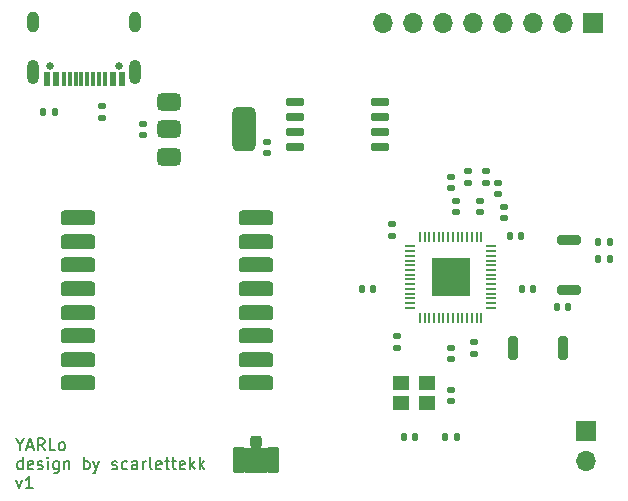
<source format=gbr>
%TF.GenerationSoftware,KiCad,Pcbnew,8.0.4*%
%TF.CreationDate,2024-07-31T14:07:18-04:00*%
%TF.ProjectId,board,626f6172-642e-46b6-9963-61645f706362,rev?*%
%TF.SameCoordinates,Original*%
%TF.FileFunction,Soldermask,Top*%
%TF.FilePolarity,Negative*%
%FSLAX46Y46*%
G04 Gerber Fmt 4.6, Leading zero omitted, Abs format (unit mm)*
G04 Created by KiCad (PCBNEW 8.0.4) date 2024-07-31 14:07:18*
%MOMM*%
%LPD*%
G01*
G04 APERTURE LIST*
G04 Aperture macros list*
%AMRoundRect*
0 Rectangle with rounded corners*
0 $1 Rounding radius*
0 $2 $3 $4 $5 $6 $7 $8 $9 X,Y pos of 4 corners*
0 Add a 4 corners polygon primitive as box body*
4,1,4,$2,$3,$4,$5,$6,$7,$8,$9,$2,$3,0*
0 Add four circle primitives for the rounded corners*
1,1,$1+$1,$2,$3*
1,1,$1+$1,$4,$5*
1,1,$1+$1,$6,$7*
1,1,$1+$1,$8,$9*
0 Add four rect primitives between the rounded corners*
20,1,$1+$1,$2,$3,$4,$5,0*
20,1,$1+$1,$4,$5,$6,$7,0*
20,1,$1+$1,$6,$7,$8,$9,0*
20,1,$1+$1,$8,$9,$2,$3,0*%
G04 Aperture macros list end*
%ADD10C,0.150000*%
%ADD11R,1.700000X1.700000*%
%ADD12O,1.700000X1.700000*%
%ADD13R,1.400000X1.200000*%
%ADD14RoundRect,0.317500X-1.157500X-0.317500X1.157500X-0.317500X1.157500X0.317500X-1.157500X0.317500X0*%
%ADD15RoundRect,0.375000X-0.625000X-0.375000X0.625000X-0.375000X0.625000X0.375000X-0.625000X0.375000X0*%
%ADD16RoundRect,0.500000X-0.500000X-1.400000X0.500000X-1.400000X0.500000X1.400000X-0.500000X1.400000X0*%
%ADD17RoundRect,0.200000X0.200000X0.800000X-0.200000X0.800000X-0.200000X-0.800000X0.200000X-0.800000X0*%
%ADD18RoundRect,0.200000X0.800000X-0.200000X0.800000X0.200000X-0.800000X0.200000X-0.800000X-0.200000X0*%
%ADD19RoundRect,0.135000X0.185000X-0.135000X0.185000X0.135000X-0.185000X0.135000X-0.185000X-0.135000X0*%
%ADD20RoundRect,0.135000X-0.135000X-0.185000X0.135000X-0.185000X0.135000X0.185000X-0.135000X0.185000X0*%
%ADD21RoundRect,0.135000X0.135000X0.185000X-0.135000X0.185000X-0.135000X-0.185000X0.135000X-0.185000X0*%
%ADD22RoundRect,0.250000X-0.250000X0.275000X-0.250000X-0.275000X0.250000X-0.275000X0.250000X0.275000X0*%
%ADD23RoundRect,0.250000X-0.275000X0.850000X-0.275000X-0.850000X0.275000X-0.850000X0.275000X0.850000X0*%
%ADD24RoundRect,0.140000X0.170000X-0.140000X0.170000X0.140000X-0.170000X0.140000X-0.170000X-0.140000X0*%
%ADD25RoundRect,0.140000X0.140000X0.170000X-0.140000X0.170000X-0.140000X-0.170000X0.140000X-0.170000X0*%
%ADD26RoundRect,0.140000X-0.140000X-0.170000X0.140000X-0.170000X0.140000X0.170000X-0.140000X0.170000X0*%
%ADD27RoundRect,0.140000X-0.170000X0.140000X-0.170000X-0.140000X0.170000X-0.140000X0.170000X0.140000X0*%
%ADD28C,0.650000*%
%ADD29R,0.600000X1.240000*%
%ADD30R,0.300000X1.240000*%
%ADD31O,1.000000X2.100000*%
%ADD32O,1.000000X1.800000*%
%ADD33RoundRect,0.135000X-0.185000X0.135000X-0.185000X-0.135000X0.185000X-0.135000X0.185000X0.135000X0*%
%ADD34RoundRect,0.150000X-0.650000X-0.150000X0.650000X-0.150000X0.650000X0.150000X-0.650000X0.150000X0*%
%ADD35RoundRect,0.050000X-0.387500X-0.050000X0.387500X-0.050000X0.387500X0.050000X-0.387500X0.050000X0*%
%ADD36RoundRect,0.050000X-0.050000X-0.387500X0.050000X-0.387500X0.050000X0.387500X-0.050000X0.387500X0*%
%ADD37R,3.200000X3.200000*%
G04 APERTURE END LIST*
D10*
X35527255Y-64173740D02*
X35527255Y-64649931D01*
X35193922Y-63649931D02*
X35527255Y-64173740D01*
X35527255Y-64173740D02*
X35860588Y-63649931D01*
X36146303Y-64364216D02*
X36622493Y-64364216D01*
X36051065Y-64649931D02*
X36384398Y-63649931D01*
X36384398Y-63649931D02*
X36717731Y-64649931D01*
X37622493Y-64649931D02*
X37289160Y-64173740D01*
X37051065Y-64649931D02*
X37051065Y-63649931D01*
X37051065Y-63649931D02*
X37432017Y-63649931D01*
X37432017Y-63649931D02*
X37527255Y-63697550D01*
X37527255Y-63697550D02*
X37574874Y-63745169D01*
X37574874Y-63745169D02*
X37622493Y-63840407D01*
X37622493Y-63840407D02*
X37622493Y-63983264D01*
X37622493Y-63983264D02*
X37574874Y-64078502D01*
X37574874Y-64078502D02*
X37527255Y-64126121D01*
X37527255Y-64126121D02*
X37432017Y-64173740D01*
X37432017Y-64173740D02*
X37051065Y-64173740D01*
X38527255Y-64649931D02*
X38051065Y-64649931D01*
X38051065Y-64649931D02*
X38051065Y-63649931D01*
X39003446Y-64649931D02*
X38908208Y-64602312D01*
X38908208Y-64602312D02*
X38860589Y-64554692D01*
X38860589Y-64554692D02*
X38812970Y-64459454D01*
X38812970Y-64459454D02*
X38812970Y-64173740D01*
X38812970Y-64173740D02*
X38860589Y-64078502D01*
X38860589Y-64078502D02*
X38908208Y-64030883D01*
X38908208Y-64030883D02*
X39003446Y-63983264D01*
X39003446Y-63983264D02*
X39146303Y-63983264D01*
X39146303Y-63983264D02*
X39241541Y-64030883D01*
X39241541Y-64030883D02*
X39289160Y-64078502D01*
X39289160Y-64078502D02*
X39336779Y-64173740D01*
X39336779Y-64173740D02*
X39336779Y-64459454D01*
X39336779Y-64459454D02*
X39289160Y-64554692D01*
X39289160Y-64554692D02*
X39241541Y-64602312D01*
X39241541Y-64602312D02*
X39146303Y-64649931D01*
X39146303Y-64649931D02*
X39003446Y-64649931D01*
X35765350Y-66259875D02*
X35765350Y-65259875D01*
X35765350Y-66212256D02*
X35670112Y-66259875D01*
X35670112Y-66259875D02*
X35479636Y-66259875D01*
X35479636Y-66259875D02*
X35384398Y-66212256D01*
X35384398Y-66212256D02*
X35336779Y-66164636D01*
X35336779Y-66164636D02*
X35289160Y-66069398D01*
X35289160Y-66069398D02*
X35289160Y-65783684D01*
X35289160Y-65783684D02*
X35336779Y-65688446D01*
X35336779Y-65688446D02*
X35384398Y-65640827D01*
X35384398Y-65640827D02*
X35479636Y-65593208D01*
X35479636Y-65593208D02*
X35670112Y-65593208D01*
X35670112Y-65593208D02*
X35765350Y-65640827D01*
X36622493Y-66212256D02*
X36527255Y-66259875D01*
X36527255Y-66259875D02*
X36336779Y-66259875D01*
X36336779Y-66259875D02*
X36241541Y-66212256D01*
X36241541Y-66212256D02*
X36193922Y-66117017D01*
X36193922Y-66117017D02*
X36193922Y-65736065D01*
X36193922Y-65736065D02*
X36241541Y-65640827D01*
X36241541Y-65640827D02*
X36336779Y-65593208D01*
X36336779Y-65593208D02*
X36527255Y-65593208D01*
X36527255Y-65593208D02*
X36622493Y-65640827D01*
X36622493Y-65640827D02*
X36670112Y-65736065D01*
X36670112Y-65736065D02*
X36670112Y-65831303D01*
X36670112Y-65831303D02*
X36193922Y-65926541D01*
X37051065Y-66212256D02*
X37146303Y-66259875D01*
X37146303Y-66259875D02*
X37336779Y-66259875D01*
X37336779Y-66259875D02*
X37432017Y-66212256D01*
X37432017Y-66212256D02*
X37479636Y-66117017D01*
X37479636Y-66117017D02*
X37479636Y-66069398D01*
X37479636Y-66069398D02*
X37432017Y-65974160D01*
X37432017Y-65974160D02*
X37336779Y-65926541D01*
X37336779Y-65926541D02*
X37193922Y-65926541D01*
X37193922Y-65926541D02*
X37098684Y-65878922D01*
X37098684Y-65878922D02*
X37051065Y-65783684D01*
X37051065Y-65783684D02*
X37051065Y-65736065D01*
X37051065Y-65736065D02*
X37098684Y-65640827D01*
X37098684Y-65640827D02*
X37193922Y-65593208D01*
X37193922Y-65593208D02*
X37336779Y-65593208D01*
X37336779Y-65593208D02*
X37432017Y-65640827D01*
X37908208Y-66259875D02*
X37908208Y-65593208D01*
X37908208Y-65259875D02*
X37860589Y-65307494D01*
X37860589Y-65307494D02*
X37908208Y-65355113D01*
X37908208Y-65355113D02*
X37955827Y-65307494D01*
X37955827Y-65307494D02*
X37908208Y-65259875D01*
X37908208Y-65259875D02*
X37908208Y-65355113D01*
X38812969Y-65593208D02*
X38812969Y-66402732D01*
X38812969Y-66402732D02*
X38765350Y-66497970D01*
X38765350Y-66497970D02*
X38717731Y-66545589D01*
X38717731Y-66545589D02*
X38622493Y-66593208D01*
X38622493Y-66593208D02*
X38479636Y-66593208D01*
X38479636Y-66593208D02*
X38384398Y-66545589D01*
X38812969Y-66212256D02*
X38717731Y-66259875D01*
X38717731Y-66259875D02*
X38527255Y-66259875D01*
X38527255Y-66259875D02*
X38432017Y-66212256D01*
X38432017Y-66212256D02*
X38384398Y-66164636D01*
X38384398Y-66164636D02*
X38336779Y-66069398D01*
X38336779Y-66069398D02*
X38336779Y-65783684D01*
X38336779Y-65783684D02*
X38384398Y-65688446D01*
X38384398Y-65688446D02*
X38432017Y-65640827D01*
X38432017Y-65640827D02*
X38527255Y-65593208D01*
X38527255Y-65593208D02*
X38717731Y-65593208D01*
X38717731Y-65593208D02*
X38812969Y-65640827D01*
X39289160Y-65593208D02*
X39289160Y-66259875D01*
X39289160Y-65688446D02*
X39336779Y-65640827D01*
X39336779Y-65640827D02*
X39432017Y-65593208D01*
X39432017Y-65593208D02*
X39574874Y-65593208D01*
X39574874Y-65593208D02*
X39670112Y-65640827D01*
X39670112Y-65640827D02*
X39717731Y-65736065D01*
X39717731Y-65736065D02*
X39717731Y-66259875D01*
X40955827Y-66259875D02*
X40955827Y-65259875D01*
X40955827Y-65640827D02*
X41051065Y-65593208D01*
X41051065Y-65593208D02*
X41241541Y-65593208D01*
X41241541Y-65593208D02*
X41336779Y-65640827D01*
X41336779Y-65640827D02*
X41384398Y-65688446D01*
X41384398Y-65688446D02*
X41432017Y-65783684D01*
X41432017Y-65783684D02*
X41432017Y-66069398D01*
X41432017Y-66069398D02*
X41384398Y-66164636D01*
X41384398Y-66164636D02*
X41336779Y-66212256D01*
X41336779Y-66212256D02*
X41241541Y-66259875D01*
X41241541Y-66259875D02*
X41051065Y-66259875D01*
X41051065Y-66259875D02*
X40955827Y-66212256D01*
X41765351Y-65593208D02*
X42003446Y-66259875D01*
X42241541Y-65593208D02*
X42003446Y-66259875D01*
X42003446Y-66259875D02*
X41908208Y-66497970D01*
X41908208Y-66497970D02*
X41860589Y-66545589D01*
X41860589Y-66545589D02*
X41765351Y-66593208D01*
X43336780Y-66212256D02*
X43432018Y-66259875D01*
X43432018Y-66259875D02*
X43622494Y-66259875D01*
X43622494Y-66259875D02*
X43717732Y-66212256D01*
X43717732Y-66212256D02*
X43765351Y-66117017D01*
X43765351Y-66117017D02*
X43765351Y-66069398D01*
X43765351Y-66069398D02*
X43717732Y-65974160D01*
X43717732Y-65974160D02*
X43622494Y-65926541D01*
X43622494Y-65926541D02*
X43479637Y-65926541D01*
X43479637Y-65926541D02*
X43384399Y-65878922D01*
X43384399Y-65878922D02*
X43336780Y-65783684D01*
X43336780Y-65783684D02*
X43336780Y-65736065D01*
X43336780Y-65736065D02*
X43384399Y-65640827D01*
X43384399Y-65640827D02*
X43479637Y-65593208D01*
X43479637Y-65593208D02*
X43622494Y-65593208D01*
X43622494Y-65593208D02*
X43717732Y-65640827D01*
X44622494Y-66212256D02*
X44527256Y-66259875D01*
X44527256Y-66259875D02*
X44336780Y-66259875D01*
X44336780Y-66259875D02*
X44241542Y-66212256D01*
X44241542Y-66212256D02*
X44193923Y-66164636D01*
X44193923Y-66164636D02*
X44146304Y-66069398D01*
X44146304Y-66069398D02*
X44146304Y-65783684D01*
X44146304Y-65783684D02*
X44193923Y-65688446D01*
X44193923Y-65688446D02*
X44241542Y-65640827D01*
X44241542Y-65640827D02*
X44336780Y-65593208D01*
X44336780Y-65593208D02*
X44527256Y-65593208D01*
X44527256Y-65593208D02*
X44622494Y-65640827D01*
X45479637Y-66259875D02*
X45479637Y-65736065D01*
X45479637Y-65736065D02*
X45432018Y-65640827D01*
X45432018Y-65640827D02*
X45336780Y-65593208D01*
X45336780Y-65593208D02*
X45146304Y-65593208D01*
X45146304Y-65593208D02*
X45051066Y-65640827D01*
X45479637Y-66212256D02*
X45384399Y-66259875D01*
X45384399Y-66259875D02*
X45146304Y-66259875D01*
X45146304Y-66259875D02*
X45051066Y-66212256D01*
X45051066Y-66212256D02*
X45003447Y-66117017D01*
X45003447Y-66117017D02*
X45003447Y-66021779D01*
X45003447Y-66021779D02*
X45051066Y-65926541D01*
X45051066Y-65926541D02*
X45146304Y-65878922D01*
X45146304Y-65878922D02*
X45384399Y-65878922D01*
X45384399Y-65878922D02*
X45479637Y-65831303D01*
X45955828Y-66259875D02*
X45955828Y-65593208D01*
X45955828Y-65783684D02*
X46003447Y-65688446D01*
X46003447Y-65688446D02*
X46051066Y-65640827D01*
X46051066Y-65640827D02*
X46146304Y-65593208D01*
X46146304Y-65593208D02*
X46241542Y-65593208D01*
X46717733Y-66259875D02*
X46622495Y-66212256D01*
X46622495Y-66212256D02*
X46574876Y-66117017D01*
X46574876Y-66117017D02*
X46574876Y-65259875D01*
X47479638Y-66212256D02*
X47384400Y-66259875D01*
X47384400Y-66259875D02*
X47193924Y-66259875D01*
X47193924Y-66259875D02*
X47098686Y-66212256D01*
X47098686Y-66212256D02*
X47051067Y-66117017D01*
X47051067Y-66117017D02*
X47051067Y-65736065D01*
X47051067Y-65736065D02*
X47098686Y-65640827D01*
X47098686Y-65640827D02*
X47193924Y-65593208D01*
X47193924Y-65593208D02*
X47384400Y-65593208D01*
X47384400Y-65593208D02*
X47479638Y-65640827D01*
X47479638Y-65640827D02*
X47527257Y-65736065D01*
X47527257Y-65736065D02*
X47527257Y-65831303D01*
X47527257Y-65831303D02*
X47051067Y-65926541D01*
X47812972Y-65593208D02*
X48193924Y-65593208D01*
X47955829Y-65259875D02*
X47955829Y-66117017D01*
X47955829Y-66117017D02*
X48003448Y-66212256D01*
X48003448Y-66212256D02*
X48098686Y-66259875D01*
X48098686Y-66259875D02*
X48193924Y-66259875D01*
X48384401Y-65593208D02*
X48765353Y-65593208D01*
X48527258Y-65259875D02*
X48527258Y-66117017D01*
X48527258Y-66117017D02*
X48574877Y-66212256D01*
X48574877Y-66212256D02*
X48670115Y-66259875D01*
X48670115Y-66259875D02*
X48765353Y-66259875D01*
X49479639Y-66212256D02*
X49384401Y-66259875D01*
X49384401Y-66259875D02*
X49193925Y-66259875D01*
X49193925Y-66259875D02*
X49098687Y-66212256D01*
X49098687Y-66212256D02*
X49051068Y-66117017D01*
X49051068Y-66117017D02*
X49051068Y-65736065D01*
X49051068Y-65736065D02*
X49098687Y-65640827D01*
X49098687Y-65640827D02*
X49193925Y-65593208D01*
X49193925Y-65593208D02*
X49384401Y-65593208D01*
X49384401Y-65593208D02*
X49479639Y-65640827D01*
X49479639Y-65640827D02*
X49527258Y-65736065D01*
X49527258Y-65736065D02*
X49527258Y-65831303D01*
X49527258Y-65831303D02*
X49051068Y-65926541D01*
X49955830Y-66259875D02*
X49955830Y-65259875D01*
X50051068Y-65878922D02*
X50336782Y-66259875D01*
X50336782Y-65593208D02*
X49955830Y-65974160D01*
X50765354Y-66259875D02*
X50765354Y-65259875D01*
X50860592Y-65878922D02*
X51146306Y-66259875D01*
X51146306Y-65593208D02*
X50765354Y-65974160D01*
X35241541Y-67203152D02*
X35479636Y-67869819D01*
X35479636Y-67869819D02*
X35717731Y-67203152D01*
X36622493Y-67869819D02*
X36051065Y-67869819D01*
X36336779Y-67869819D02*
X36336779Y-66869819D01*
X36336779Y-66869819D02*
X36241541Y-67012676D01*
X36241541Y-67012676D02*
X36146303Y-67107914D01*
X36146303Y-67107914D02*
X36051065Y-67155533D01*
%TO.C,J1*%
G36*
X56465000Y-64460000D02*
G01*
X54585000Y-64460000D01*
X54585000Y-66550000D01*
X56465000Y-66550000D01*
X56465000Y-64460000D01*
G37*
%TD*%
D11*
%TO.C,J3*%
X84040000Y-28500000D03*
D12*
X81500000Y-28500000D03*
X78960000Y-28500000D03*
X76420000Y-28500000D03*
X73880000Y-28500000D03*
X71340000Y-28500000D03*
X68800000Y-28500000D03*
X66260000Y-28500000D03*
%TD*%
D13*
%TO.C,Y1*%
X67800000Y-60700000D03*
X70000000Y-60700000D03*
X70000000Y-59000000D03*
X67800000Y-59000000D03*
%TD*%
D14*
%TO.C,U4*%
X40450000Y-45000000D03*
X40450000Y-47000000D03*
X40450000Y-49000000D03*
X40450000Y-51000000D03*
X40450000Y-53000000D03*
X40450000Y-55000000D03*
X40450000Y-57000000D03*
X40450000Y-59000000D03*
X55500000Y-59000000D03*
X55500000Y-57000000D03*
X55500000Y-55000000D03*
X55500000Y-53000000D03*
X55500000Y-51000000D03*
X55500000Y-49000000D03*
X55500000Y-47000000D03*
X55500000Y-45000000D03*
%TD*%
D15*
%TO.C,U3*%
X48200000Y-35200000D03*
X48200000Y-37500000D03*
D16*
X54500000Y-37500000D03*
D15*
X48200000Y-39800000D03*
%TD*%
D17*
%TO.C,SW2*%
X81500000Y-56000000D03*
X77300000Y-56000000D03*
%TD*%
D18*
%TO.C,SW1*%
X82000000Y-51100000D03*
X82000000Y-46900000D03*
%TD*%
D19*
%TO.C,R8*%
X67500000Y-56020000D03*
X67500000Y-55000000D03*
%TD*%
D20*
%TO.C,R7*%
X71500000Y-63500000D03*
X72520000Y-63500000D03*
%TD*%
%TO.C,R6*%
X84480000Y-47000000D03*
X85500000Y-47000000D03*
%TD*%
D21*
%TO.C,R5*%
X85510000Y-48500000D03*
X84490000Y-48500000D03*
%TD*%
D11*
%TO.C,J2*%
X83500000Y-63040000D03*
D12*
X83500000Y-65580000D03*
%TD*%
D22*
%TO.C,J1*%
X55525000Y-63925000D03*
D23*
X57000000Y-65450000D03*
X54050000Y-65450000D03*
%TD*%
D24*
%TO.C,C16*%
X72000000Y-60480000D03*
X72000000Y-59520000D03*
%TD*%
D25*
%TO.C,C15*%
X69000000Y-63500000D03*
X68040000Y-63500000D03*
%TD*%
D26*
%TO.C,C14*%
X81020000Y-52500000D03*
X81980000Y-52500000D03*
%TD*%
D27*
%TO.C,C13*%
X56500000Y-38540000D03*
X56500000Y-39500000D03*
%TD*%
D24*
%TO.C,C12*%
X46000000Y-37980000D03*
X46000000Y-37020000D03*
%TD*%
D28*
%TO.C,P1*%
X43890000Y-32105000D03*
X38110000Y-32105000D03*
D29*
X44200000Y-33225000D03*
X43400000Y-33225000D03*
D30*
X42250000Y-33225000D03*
X41250000Y-33225000D03*
X40750000Y-33225000D03*
X39750000Y-33225000D03*
D29*
X38600000Y-33225000D03*
X37800000Y-33225000D03*
X37800000Y-33225000D03*
X38600000Y-33225000D03*
D30*
X39250000Y-33225000D03*
X40250000Y-33225000D03*
X41750000Y-33225000D03*
X42750000Y-33225000D03*
D29*
X43400000Y-33225000D03*
X44200000Y-33225000D03*
D31*
X45320000Y-32625000D03*
D32*
X45320000Y-28425000D03*
D31*
X36680000Y-32625000D03*
D32*
X36680000Y-28425000D03*
%TD*%
D21*
%TO.C,R4*%
X37480000Y-35980000D03*
X38500000Y-35980000D03*
%TD*%
D33*
%TO.C,R3*%
X42500000Y-35490000D03*
X42500000Y-36510000D03*
%TD*%
%TO.C,R2*%
X73510000Y-40990000D03*
X73510000Y-42010000D03*
%TD*%
%TO.C,R1*%
X75000000Y-40990000D03*
X75000000Y-42010000D03*
%TD*%
D24*
%TO.C,C11*%
X74500000Y-44480000D03*
X74500000Y-43520000D03*
%TD*%
%TO.C,C10*%
X72000000Y-42480000D03*
X72000000Y-41520000D03*
%TD*%
D27*
%TO.C,C9*%
X74000000Y-55520000D03*
X74000000Y-56480000D03*
%TD*%
D24*
%TO.C,C8*%
X76000000Y-43000000D03*
X76000000Y-42040000D03*
%TD*%
D27*
%TO.C,C7*%
X76500000Y-44040000D03*
X76500000Y-45000000D03*
%TD*%
%TO.C,C6*%
X72500000Y-43520000D03*
X72500000Y-44480000D03*
%TD*%
%TO.C,C5*%
X67000000Y-45520000D03*
X67000000Y-46480000D03*
%TD*%
D26*
%TO.C,C4*%
X65460000Y-51000000D03*
X64500000Y-51000000D03*
%TD*%
D24*
%TO.C,C3*%
X72000000Y-56960000D03*
X72000000Y-56000000D03*
%TD*%
D25*
%TO.C,C2*%
X78980000Y-51000000D03*
X78020000Y-51000000D03*
%TD*%
%TO.C,C1*%
X78000000Y-46500000D03*
X77040000Y-46500000D03*
%TD*%
D34*
%TO.C,U2*%
X58800000Y-35190000D03*
X58800000Y-36460000D03*
X58800000Y-37730000D03*
X58800000Y-39000000D03*
X66000000Y-39000000D03*
X66000000Y-37730000D03*
X66000000Y-36460000D03*
X66000000Y-35190000D03*
%TD*%
D35*
%TO.C,U1*%
X68562500Y-47400000D03*
X68562500Y-47800000D03*
X68562500Y-48200000D03*
X68562500Y-48600000D03*
X68562500Y-49000000D03*
X68562500Y-49400000D03*
X68562500Y-49800000D03*
X68562500Y-50200000D03*
X68562500Y-50600000D03*
X68562500Y-51000000D03*
X68562500Y-51400000D03*
X68562500Y-51800000D03*
X68562500Y-52200000D03*
X68562500Y-52600000D03*
D36*
X69400000Y-53437500D03*
X69800000Y-53437500D03*
X70200000Y-53437500D03*
X70600000Y-53437500D03*
X71000000Y-53437500D03*
X71400000Y-53437500D03*
X71800000Y-53437500D03*
X72200000Y-53437500D03*
X72600000Y-53437500D03*
X73000000Y-53437500D03*
X73400000Y-53437500D03*
X73800000Y-53437500D03*
X74200000Y-53437500D03*
X74600000Y-53437500D03*
D35*
X75437500Y-52600000D03*
X75437500Y-52200000D03*
X75437500Y-51800000D03*
X75437500Y-51400000D03*
X75437500Y-51000000D03*
X75437500Y-50600000D03*
X75437500Y-50200000D03*
X75437500Y-49800000D03*
X75437500Y-49400000D03*
X75437500Y-49000000D03*
X75437500Y-48600000D03*
X75437500Y-48200000D03*
X75437500Y-47800000D03*
X75437500Y-47400000D03*
D36*
X74600000Y-46562500D03*
X74200000Y-46562500D03*
X73800000Y-46562500D03*
X73400000Y-46562500D03*
X73000000Y-46562500D03*
X72600000Y-46562500D03*
X72200000Y-46562500D03*
X71800000Y-46562500D03*
X71400000Y-46562500D03*
X71000000Y-46562500D03*
X70600000Y-46562500D03*
X70200000Y-46562500D03*
X69800000Y-46562500D03*
X69400000Y-46562500D03*
D37*
X72000000Y-50000000D03*
%TD*%
M02*

</source>
